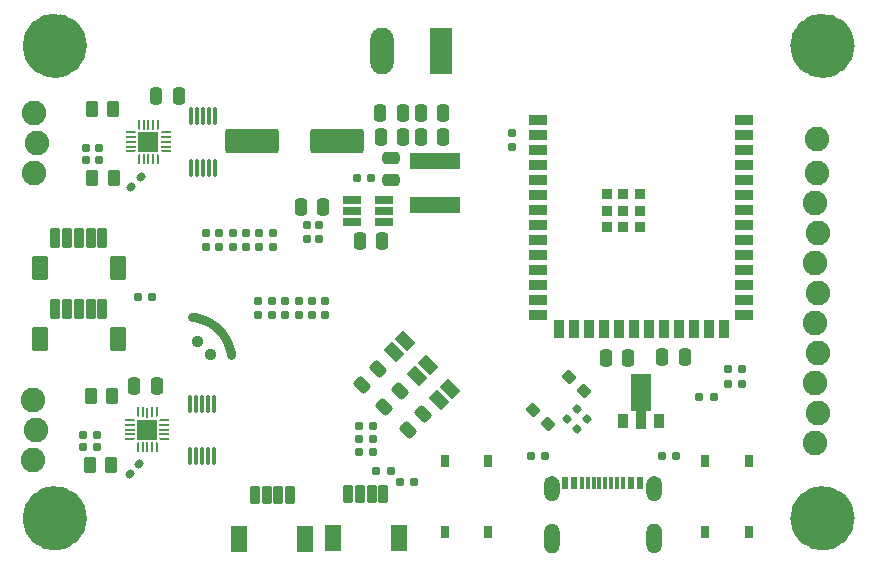
<source format=gbr>
%TF.GenerationSoftware,KiCad,Pcbnew,7.0.2*%
%TF.CreationDate,2024-03-26T23:12:22-04:00*%
%TF.ProjectId,mini_motor_go_V1_rev3,6d696e69-5f6d-46f7-946f-725f676f5f56,rev?*%
%TF.SameCoordinates,Original*%
%TF.FileFunction,Soldermask,Top*%
%TF.FilePolarity,Negative*%
%FSLAX46Y46*%
G04 Gerber Fmt 4.6, Leading zero omitted, Abs format (unit mm)*
G04 Created by KiCad (PCBNEW 7.0.2) date 2024-03-26 23:12:22*
%MOMM*%
%LPD*%
G01*
G04 APERTURE LIST*
G04 Aperture macros list*
%AMRoundRect*
0 Rectangle with rounded corners*
0 $1 Rounding radius*
0 $2 $3 $4 $5 $6 $7 $8 $9 X,Y pos of 4 corners*
0 Add a 4 corners polygon primitive as box body*
4,1,4,$2,$3,$4,$5,$6,$7,$8,$9,$2,$3,0*
0 Add four circle primitives for the rounded corners*
1,1,$1+$1,$2,$3*
1,1,$1+$1,$4,$5*
1,1,$1+$1,$6,$7*
1,1,$1+$1,$8,$9*
0 Add four rect primitives between the rounded corners*
20,1,$1+$1,$2,$3,$4,$5,0*
20,1,$1+$1,$4,$5,$6,$7,0*
20,1,$1+$1,$6,$7,$8,$9,0*
20,1,$1+$1,$8,$9,$2,$3,0*%
%AMRotRect*
0 Rectangle, with rotation*
0 The origin of the aperture is its center*
0 $1 length*
0 $2 width*
0 $3 Rotation angle, in degrees counterclockwise*
0 Add horizontal line*
21,1,$1,$2,0,0,$3*%
%AMFreePoly0*
4,1,14,0.289644,0.110355,0.410355,-0.010356,0.425000,-0.045711,0.425000,-0.075000,0.410355,-0.110355,0.375000,-0.125000,-0.375000,-0.125000,-0.410355,-0.110355,-0.425000,-0.075000,-0.425000,0.075000,-0.410355,0.110355,-0.375000,0.125000,0.254289,0.125000,0.289644,0.110355,0.289644,0.110355,$1*%
%AMFreePoly1*
4,1,14,0.410355,0.110355,0.425000,0.075000,0.425000,0.045711,0.410355,0.010356,0.289644,-0.110355,0.254289,-0.125000,-0.375000,-0.125000,-0.410355,-0.110355,-0.425000,-0.075000,-0.425000,0.075000,-0.410355,0.110355,-0.375000,0.125000,0.375000,0.125000,0.410355,0.110355,0.410355,0.110355,$1*%
%AMFreePoly2*
4,1,14,0.110355,0.410355,0.125000,0.375000,0.125000,-0.375000,0.110355,-0.410355,0.075000,-0.425000,-0.075000,-0.425000,-0.110355,-0.410355,-0.125000,-0.375000,-0.125000,0.254289,-0.110355,0.289644,0.010356,0.410355,0.045711,0.425000,0.075000,0.425000,0.110355,0.410355,0.110355,0.410355,$1*%
%AMFreePoly3*
4,1,14,-0.010356,0.410355,0.110355,0.289644,0.125000,0.254289,0.125000,-0.375000,0.110355,-0.410355,0.075000,-0.425000,-0.075000,-0.425000,-0.110355,-0.410355,-0.125000,-0.375000,-0.125000,0.375000,-0.110355,0.410355,-0.075000,0.425000,-0.045711,0.425000,-0.010356,0.410355,-0.010356,0.410355,$1*%
%AMFreePoly4*
4,1,14,0.410355,0.110355,0.425000,0.075000,0.425000,-0.075000,0.410355,-0.110355,0.375000,-0.125000,-0.254289,-0.125000,-0.289644,-0.110355,-0.410355,0.010356,-0.425000,0.045711,-0.425000,0.075000,-0.410355,0.110355,-0.375000,0.125000,0.375000,0.125000,0.410355,0.110355,0.410355,0.110355,$1*%
%AMFreePoly5*
4,1,14,0.410355,0.110355,0.425000,0.075000,0.425000,-0.075000,0.410355,-0.110355,0.375000,-0.125000,-0.375000,-0.125000,-0.410355,-0.110355,-0.425000,-0.075000,-0.425000,-0.045711,-0.410355,-0.010356,-0.289644,0.110355,-0.254289,0.125000,0.375000,0.125000,0.410355,0.110355,0.410355,0.110355,$1*%
%AMFreePoly6*
4,1,14,0.110355,0.410355,0.125000,0.375000,0.125000,-0.254289,0.110355,-0.289644,-0.010356,-0.410355,-0.045711,-0.425000,-0.075000,-0.425000,-0.110355,-0.410355,-0.125000,-0.375000,-0.125000,0.375000,-0.110355,0.410355,-0.075000,0.425000,0.075000,0.425000,0.110355,0.410355,0.110355,0.410355,$1*%
%AMFreePoly7*
4,1,14,0.110355,0.410355,0.125000,0.375000,0.125000,-0.375000,0.110355,-0.410355,0.075000,-0.425000,0.045711,-0.425000,0.010356,-0.410355,-0.110355,-0.289644,-0.125000,-0.254289,-0.125000,0.375000,-0.110355,0.410355,-0.075000,0.425000,0.075000,0.425000,0.110355,0.410355,0.110355,0.410355,$1*%
%AMFreePoly8*
4,1,9,3.862500,-0.866500,0.737500,-0.866500,0.737500,-0.450000,-0.737500,-0.450000,-0.737500,0.450000,0.737500,0.450000,0.737500,0.866500,3.862500,0.866500,3.862500,-0.866500,3.862500,-0.866500,$1*%
G04 Aperture macros list end*
%ADD10C,2.750000*%
%ADD11C,0.750000*%
%ADD12C,0.010000*%
%ADD13RoundRect,0.155000X0.040659X0.259862X-0.259862X-0.040659X-0.040659X-0.259862X0.259862X0.040659X0*%
%ADD14RoundRect,0.160000X0.160000X-0.197500X0.160000X0.197500X-0.160000X0.197500X-0.160000X-0.197500X0*%
%ADD15RotRect,1.000000X1.500000X45.000000*%
%ADD16RoundRect,0.250000X0.250000X0.475000X-0.250000X0.475000X-0.250000X-0.475000X0.250000X-0.475000X0*%
%ADD17RoundRect,0.030000X0.120000X-0.695000X0.120000X0.695000X-0.120000X0.695000X-0.120000X-0.695000X0*%
%ADD18FreePoly0,90.000000*%
%ADD19RoundRect,0.062500X0.062500X-0.362500X0.062500X0.362500X-0.062500X0.362500X-0.062500X-0.362500X0*%
%ADD20FreePoly1,90.000000*%
%ADD21FreePoly2,90.000000*%
%ADD22RoundRect,0.062500X0.362500X-0.062500X0.362500X0.062500X-0.362500X0.062500X-0.362500X-0.062500X0*%
%ADD23FreePoly3,90.000000*%
%ADD24FreePoly4,90.000000*%
%ADD25RoundRect,0.062500X0.062500X-0.350000X0.062500X0.350000X-0.062500X0.350000X-0.062500X-0.350000X0*%
%ADD26FreePoly5,90.000000*%
%ADD27FreePoly6,90.000000*%
%ADD28FreePoly7,90.000000*%
%ADD29R,1.700000X1.700000*%
%ADD30RoundRect,0.250000X-0.250000X-0.475000X0.250000X-0.475000X0.250000X0.475000X-0.250000X0.475000X0*%
%ADD31RoundRect,0.243750X0.150260X-0.494975X0.494975X-0.150260X-0.150260X0.494975X-0.494975X0.150260X0*%
%ADD32RoundRect,0.160000X-0.252791X0.026517X0.026517X-0.252791X0.252791X-0.026517X-0.026517X0.252791X0*%
%ADD33RoundRect,0.160000X0.197500X0.160000X-0.197500X0.160000X-0.197500X-0.160000X0.197500X-0.160000X0*%
%ADD34RoundRect,0.160000X-0.197500X-0.160000X0.197500X-0.160000X0.197500X0.160000X-0.197500X0.160000X0*%
%ADD35RoundRect,0.155000X-0.212500X-0.155000X0.212500X-0.155000X0.212500X0.155000X-0.212500X0.155000X0*%
%ADD36R,4.200000X1.400000*%
%ADD37RoundRect,0.250000X0.262500X0.450000X-0.262500X0.450000X-0.262500X-0.450000X0.262500X-0.450000X0*%
%ADD38RoundRect,0.102000X0.300000X0.775000X-0.300000X0.775000X-0.300000X-0.775000X0.300000X-0.775000X0*%
%ADD39RoundRect,0.102000X0.600000X0.900000X-0.600000X0.900000X-0.600000X-0.900000X0.600000X-0.900000X0*%
%ADD40RoundRect,0.160000X-0.160000X0.197500X-0.160000X-0.197500X0.160000X-0.197500X0.160000X0.197500X0*%
%ADD41RoundRect,0.101600X-0.299720X-0.674370X0.299720X-0.674370X0.299720X0.674370X-0.299720X0.674370X0*%
%ADD42RoundRect,0.101600X-0.599440X-0.999490X0.599440X-0.999490X0.599440X0.999490X-0.599440X0.999490X0*%
%ADD43R,0.700000X1.000000*%
%ADD44RoundRect,0.155000X0.212500X0.155000X-0.212500X0.155000X-0.212500X-0.155000X0.212500X-0.155000X0*%
%ADD45R,1.500000X0.900000*%
%ADD46R,0.900000X1.500000*%
%ADD47R,0.900000X0.900000*%
%ADD48RoundRect,0.237500X0.380070X-0.044194X-0.044194X0.380070X-0.380070X0.044194X0.044194X-0.380070X0*%
%ADD49C,2.082800*%
%ADD50R,1.560000X0.650000*%
%ADD51R,0.600000X1.100000*%
%ADD52R,0.300000X1.100000*%
%ADD53RoundRect,0.250001X1.999999X0.799999X-1.999999X0.799999X-1.999999X-0.799999X1.999999X-0.799999X0*%
%ADD54R,1.980000X3.960000*%
%ADD55O,1.980000X3.960000*%
%ADD56R,0.900000X1.300000*%
%ADD57FreePoly8,90.000000*%
%ADD58RoundRect,0.250000X-0.475000X0.250000X-0.475000X-0.250000X0.475000X-0.250000X0.475000X0.250000X0*%
G04 APERTURE END LIST*
D10*
X119375000Y-93000000D02*
G75*
G03*
X119375000Y-93000000I-1375000J0D01*
G01*
X119375000Y-53000000D02*
G75*
G03*
X119375000Y-53000000I-1375000J0D01*
G01*
X184375000Y-53000000D02*
G75*
G03*
X184375000Y-53000000I-1375000J0D01*
G01*
X184375000Y-93000000D02*
G75*
G03*
X184375000Y-93000000I-1375000J0D01*
G01*
D11*
X131065284Y-79022684D02*
X131267315Y-79022684D01*
X131267315Y-79022684D02*
X131267315Y-79224714D01*
X131267315Y-79224714D02*
X131065284Y-79224714D01*
X131065284Y-79224714D02*
X131065284Y-79022684D01*
X131065284Y-79022684D02*
X131267315Y-79224714D01*
X129954116Y-77911516D02*
X130156147Y-77911516D01*
X130156147Y-77911516D02*
X130156147Y-78113546D01*
X130156147Y-78113546D02*
X129954116Y-78113546D01*
X129954116Y-78113546D02*
X129954116Y-77911516D01*
X129954116Y-77911516D02*
X130156147Y-78113546D01*
X132883558Y-79224714D02*
X132883558Y-79022684D01*
X132883558Y-79022684D02*
X132782543Y-78517608D01*
X132782543Y-78517608D02*
X132681528Y-78214562D01*
X132681528Y-78214562D02*
X132479497Y-77810501D01*
X132479497Y-77810501D02*
X132075436Y-77204409D01*
X132075436Y-77204409D02*
X131671375Y-76800348D01*
X131671375Y-76800348D02*
X131065284Y-76396287D01*
X131065284Y-76396287D02*
X130661223Y-76194257D01*
X130661223Y-76194257D02*
X130358177Y-76093241D01*
X130358177Y-76093241D02*
X129853101Y-75992226D01*
X129853101Y-75992226D02*
X129651070Y-75992226D01*
%TO.C,J11*%
D12*
X160084600Y-89451700D02*
X160116600Y-89453700D01*
X160147600Y-89457700D01*
X160178600Y-89463700D01*
X160208600Y-89470700D01*
X160238600Y-89479700D01*
X160268600Y-89490700D01*
X160297600Y-89502700D01*
X160325600Y-89515700D01*
X160353600Y-89530700D01*
X160380600Y-89547700D01*
X160406600Y-89565700D01*
X160431600Y-89584700D01*
X160454600Y-89604700D01*
X160477600Y-89626700D01*
X160499600Y-89649700D01*
X160519600Y-89672700D01*
X160538600Y-89697700D01*
X160556600Y-89723700D01*
X160573600Y-89750700D01*
X160588600Y-89778700D01*
X160601600Y-89806700D01*
X160613600Y-89835700D01*
X160624600Y-89865700D01*
X160633600Y-89895700D01*
X160640600Y-89925700D01*
X160646600Y-89956700D01*
X160650600Y-89987700D01*
X160652600Y-90019700D01*
X160653600Y-90050700D01*
X160653600Y-90850700D01*
X160652600Y-90881700D01*
X160650600Y-90913700D01*
X160646600Y-90944700D01*
X160640600Y-90975700D01*
X160633600Y-91005700D01*
X160624600Y-91035700D01*
X160613600Y-91065700D01*
X160601600Y-91094700D01*
X160588600Y-91122700D01*
X160573600Y-91150700D01*
X160556600Y-91177700D01*
X160538600Y-91203700D01*
X160519600Y-91228700D01*
X160499600Y-91251700D01*
X160477600Y-91274700D01*
X160454600Y-91296700D01*
X160431600Y-91316700D01*
X160406600Y-91335700D01*
X160380600Y-91353700D01*
X160353600Y-91370700D01*
X160325600Y-91385700D01*
X160297600Y-91398700D01*
X160268600Y-91410700D01*
X160238600Y-91421700D01*
X160208600Y-91430700D01*
X160178600Y-91437700D01*
X160147600Y-91443700D01*
X160116600Y-91447700D01*
X160084600Y-91449700D01*
X160053600Y-91450700D01*
X160022600Y-91449700D01*
X159990600Y-91447700D01*
X159959600Y-91443700D01*
X159928600Y-91437700D01*
X159898600Y-91430700D01*
X159868600Y-91421700D01*
X159838600Y-91410700D01*
X159809600Y-91398700D01*
X159781600Y-91385700D01*
X159753600Y-91370700D01*
X159726600Y-91353700D01*
X159700600Y-91335700D01*
X159675600Y-91316700D01*
X159652600Y-91296700D01*
X159629600Y-91274700D01*
X159607600Y-91251700D01*
X159587600Y-91228700D01*
X159568600Y-91203700D01*
X159550600Y-91177700D01*
X159533600Y-91150700D01*
X159518600Y-91122700D01*
X159505600Y-91094700D01*
X159493600Y-91065700D01*
X159482600Y-91035700D01*
X159473600Y-91005700D01*
X159466600Y-90975700D01*
X159460600Y-90944700D01*
X159456600Y-90913700D01*
X159454600Y-90881700D01*
X159453600Y-90850700D01*
X159453600Y-90050700D01*
X159454600Y-90019700D01*
X159456600Y-89987700D01*
X159460600Y-89956700D01*
X159466600Y-89925700D01*
X159473600Y-89895700D01*
X159482600Y-89865700D01*
X159493600Y-89835700D01*
X159505600Y-89806700D01*
X159518600Y-89778700D01*
X159533600Y-89750700D01*
X159550600Y-89723700D01*
X159568600Y-89697700D01*
X159587600Y-89672700D01*
X159607600Y-89649700D01*
X159629600Y-89626700D01*
X159652600Y-89604700D01*
X159675600Y-89584700D01*
X159700600Y-89565700D01*
X159726600Y-89547700D01*
X159753600Y-89530700D01*
X159781600Y-89515700D01*
X159809600Y-89502700D01*
X159838600Y-89490700D01*
X159868600Y-89479700D01*
X159898600Y-89470700D01*
X159928600Y-89463700D01*
X159959600Y-89457700D01*
X159990600Y-89453700D01*
X160022600Y-89451700D01*
X160053600Y-89450700D01*
X160084600Y-89451700D01*
G36*
X160084600Y-89451700D02*
G01*
X160116600Y-89453700D01*
X160147600Y-89457700D01*
X160178600Y-89463700D01*
X160208600Y-89470700D01*
X160238600Y-89479700D01*
X160268600Y-89490700D01*
X160297600Y-89502700D01*
X160325600Y-89515700D01*
X160353600Y-89530700D01*
X160380600Y-89547700D01*
X160406600Y-89565700D01*
X160431600Y-89584700D01*
X160454600Y-89604700D01*
X160477600Y-89626700D01*
X160499600Y-89649700D01*
X160519600Y-89672700D01*
X160538600Y-89697700D01*
X160556600Y-89723700D01*
X160573600Y-89750700D01*
X160588600Y-89778700D01*
X160601600Y-89806700D01*
X160613600Y-89835700D01*
X160624600Y-89865700D01*
X160633600Y-89895700D01*
X160640600Y-89925700D01*
X160646600Y-89956700D01*
X160650600Y-89987700D01*
X160652600Y-90019700D01*
X160653600Y-90050700D01*
X160653600Y-90850700D01*
X160652600Y-90881700D01*
X160650600Y-90913700D01*
X160646600Y-90944700D01*
X160640600Y-90975700D01*
X160633600Y-91005700D01*
X160624600Y-91035700D01*
X160613600Y-91065700D01*
X160601600Y-91094700D01*
X160588600Y-91122700D01*
X160573600Y-91150700D01*
X160556600Y-91177700D01*
X160538600Y-91203700D01*
X160519600Y-91228700D01*
X160499600Y-91251700D01*
X160477600Y-91274700D01*
X160454600Y-91296700D01*
X160431600Y-91316700D01*
X160406600Y-91335700D01*
X160380600Y-91353700D01*
X160353600Y-91370700D01*
X160325600Y-91385700D01*
X160297600Y-91398700D01*
X160268600Y-91410700D01*
X160238600Y-91421700D01*
X160208600Y-91430700D01*
X160178600Y-91437700D01*
X160147600Y-91443700D01*
X160116600Y-91447700D01*
X160084600Y-91449700D01*
X160053600Y-91450700D01*
X160022600Y-91449700D01*
X159990600Y-91447700D01*
X159959600Y-91443700D01*
X159928600Y-91437700D01*
X159898600Y-91430700D01*
X159868600Y-91421700D01*
X159838600Y-91410700D01*
X159809600Y-91398700D01*
X159781600Y-91385700D01*
X159753600Y-91370700D01*
X159726600Y-91353700D01*
X159700600Y-91335700D01*
X159675600Y-91316700D01*
X159652600Y-91296700D01*
X159629600Y-91274700D01*
X159607600Y-91251700D01*
X159587600Y-91228700D01*
X159568600Y-91203700D01*
X159550600Y-91177700D01*
X159533600Y-91150700D01*
X159518600Y-91122700D01*
X159505600Y-91094700D01*
X159493600Y-91065700D01*
X159482600Y-91035700D01*
X159473600Y-91005700D01*
X159466600Y-90975700D01*
X159460600Y-90944700D01*
X159456600Y-90913700D01*
X159454600Y-90881700D01*
X159453600Y-90850700D01*
X159453600Y-90050700D01*
X159454600Y-90019700D01*
X159456600Y-89987700D01*
X159460600Y-89956700D01*
X159466600Y-89925700D01*
X159473600Y-89895700D01*
X159482600Y-89865700D01*
X159493600Y-89835700D01*
X159505600Y-89806700D01*
X159518600Y-89778700D01*
X159533600Y-89750700D01*
X159550600Y-89723700D01*
X159568600Y-89697700D01*
X159587600Y-89672700D01*
X159607600Y-89649700D01*
X159629600Y-89626700D01*
X159652600Y-89604700D01*
X159675600Y-89584700D01*
X159700600Y-89565700D01*
X159726600Y-89547700D01*
X159753600Y-89530700D01*
X159781600Y-89515700D01*
X159809600Y-89502700D01*
X159838600Y-89490700D01*
X159868600Y-89479700D01*
X159898600Y-89470700D01*
X159928600Y-89463700D01*
X159959600Y-89457700D01*
X159990600Y-89453700D01*
X160022600Y-89451700D01*
X160053600Y-89450700D01*
X160084600Y-89451700D01*
G37*
X160084600Y-93501700D02*
X160116600Y-93503700D01*
X160147600Y-93507700D01*
X160178600Y-93513700D01*
X160208600Y-93520700D01*
X160238600Y-93529700D01*
X160268600Y-93540700D01*
X160297600Y-93552700D01*
X160325600Y-93565700D01*
X160353600Y-93580700D01*
X160380600Y-93597700D01*
X160406600Y-93615700D01*
X160431600Y-93634700D01*
X160454600Y-93654700D01*
X160477600Y-93676700D01*
X160499600Y-93699700D01*
X160519600Y-93722700D01*
X160538600Y-93747700D01*
X160556600Y-93773700D01*
X160573600Y-93800700D01*
X160588600Y-93828700D01*
X160601600Y-93856700D01*
X160613600Y-93885700D01*
X160624600Y-93915700D01*
X160633600Y-93945700D01*
X160640600Y-93975700D01*
X160646600Y-94006700D01*
X160650600Y-94037700D01*
X160652600Y-94069700D01*
X160653600Y-94100700D01*
X160653600Y-95300700D01*
X160652600Y-95331700D01*
X160650600Y-95363700D01*
X160646600Y-95394700D01*
X160640600Y-95425700D01*
X160633600Y-95455700D01*
X160624600Y-95485700D01*
X160613600Y-95515700D01*
X160601600Y-95544700D01*
X160588600Y-95572700D01*
X160573600Y-95600700D01*
X160556600Y-95627700D01*
X160538600Y-95653700D01*
X160519600Y-95678700D01*
X160499600Y-95701700D01*
X160477600Y-95724700D01*
X160454600Y-95746700D01*
X160431600Y-95766700D01*
X160406600Y-95785700D01*
X160380600Y-95803700D01*
X160353600Y-95820700D01*
X160325600Y-95835700D01*
X160297600Y-95848700D01*
X160268600Y-95860700D01*
X160238600Y-95871700D01*
X160208600Y-95880700D01*
X160178600Y-95887700D01*
X160147600Y-95893700D01*
X160116600Y-95897700D01*
X160084600Y-95899700D01*
X160053600Y-95900700D01*
X160022600Y-95899700D01*
X159990600Y-95897700D01*
X159959600Y-95893700D01*
X159928600Y-95887700D01*
X159898600Y-95880700D01*
X159868600Y-95871700D01*
X159838600Y-95860700D01*
X159809600Y-95848700D01*
X159781600Y-95835700D01*
X159753600Y-95820700D01*
X159726600Y-95803700D01*
X159700600Y-95785700D01*
X159675600Y-95766700D01*
X159652600Y-95746700D01*
X159629600Y-95724700D01*
X159607600Y-95701700D01*
X159587600Y-95678700D01*
X159568600Y-95653700D01*
X159550600Y-95627700D01*
X159533600Y-95600700D01*
X159518600Y-95572700D01*
X159505600Y-95544700D01*
X159493600Y-95515700D01*
X159482600Y-95485700D01*
X159473600Y-95455700D01*
X159466600Y-95425700D01*
X159460600Y-95394700D01*
X159456600Y-95363700D01*
X159454600Y-95331700D01*
X159453600Y-95300700D01*
X159453600Y-94100700D01*
X159454600Y-94069700D01*
X159456600Y-94037700D01*
X159460600Y-94006700D01*
X159466600Y-93975700D01*
X159473600Y-93945700D01*
X159482600Y-93915700D01*
X159493600Y-93885700D01*
X159505600Y-93856700D01*
X159518600Y-93828700D01*
X159533600Y-93800700D01*
X159550600Y-93773700D01*
X159568600Y-93747700D01*
X159587600Y-93722700D01*
X159607600Y-93699700D01*
X159629600Y-93676700D01*
X159652600Y-93654700D01*
X159675600Y-93634700D01*
X159700600Y-93615700D01*
X159726600Y-93597700D01*
X159753600Y-93580700D01*
X159781600Y-93565700D01*
X159809600Y-93552700D01*
X159838600Y-93540700D01*
X159868600Y-93529700D01*
X159898600Y-93520700D01*
X159928600Y-93513700D01*
X159959600Y-93507700D01*
X159990600Y-93503700D01*
X160022600Y-93501700D01*
X160053600Y-93500700D01*
X160084600Y-93501700D01*
G36*
X160084600Y-93501700D02*
G01*
X160116600Y-93503700D01*
X160147600Y-93507700D01*
X160178600Y-93513700D01*
X160208600Y-93520700D01*
X160238600Y-93529700D01*
X160268600Y-93540700D01*
X160297600Y-93552700D01*
X160325600Y-93565700D01*
X160353600Y-93580700D01*
X160380600Y-93597700D01*
X160406600Y-93615700D01*
X160431600Y-93634700D01*
X160454600Y-93654700D01*
X160477600Y-93676700D01*
X160499600Y-93699700D01*
X160519600Y-93722700D01*
X160538600Y-93747700D01*
X160556600Y-93773700D01*
X160573600Y-93800700D01*
X160588600Y-93828700D01*
X160601600Y-93856700D01*
X160613600Y-93885700D01*
X160624600Y-93915700D01*
X160633600Y-93945700D01*
X160640600Y-93975700D01*
X160646600Y-94006700D01*
X160650600Y-94037700D01*
X160652600Y-94069700D01*
X160653600Y-94100700D01*
X160653600Y-95300700D01*
X160652600Y-95331700D01*
X160650600Y-95363700D01*
X160646600Y-95394700D01*
X160640600Y-95425700D01*
X160633600Y-95455700D01*
X160624600Y-95485700D01*
X160613600Y-95515700D01*
X160601600Y-95544700D01*
X160588600Y-95572700D01*
X160573600Y-95600700D01*
X160556600Y-95627700D01*
X160538600Y-95653700D01*
X160519600Y-95678700D01*
X160499600Y-95701700D01*
X160477600Y-95724700D01*
X160454600Y-95746700D01*
X160431600Y-95766700D01*
X160406600Y-95785700D01*
X160380600Y-95803700D01*
X160353600Y-95820700D01*
X160325600Y-95835700D01*
X160297600Y-95848700D01*
X160268600Y-95860700D01*
X160238600Y-95871700D01*
X160208600Y-95880700D01*
X160178600Y-95887700D01*
X160147600Y-95893700D01*
X160116600Y-95897700D01*
X160084600Y-95899700D01*
X160053600Y-95900700D01*
X160022600Y-95899700D01*
X159990600Y-95897700D01*
X159959600Y-95893700D01*
X159928600Y-95887700D01*
X159898600Y-95880700D01*
X159868600Y-95871700D01*
X159838600Y-95860700D01*
X159809600Y-95848700D01*
X159781600Y-95835700D01*
X159753600Y-95820700D01*
X159726600Y-95803700D01*
X159700600Y-95785700D01*
X159675600Y-95766700D01*
X159652600Y-95746700D01*
X159629600Y-95724700D01*
X159607600Y-95701700D01*
X159587600Y-95678700D01*
X159568600Y-95653700D01*
X159550600Y-95627700D01*
X159533600Y-95600700D01*
X159518600Y-95572700D01*
X159505600Y-95544700D01*
X159493600Y-95515700D01*
X159482600Y-95485700D01*
X159473600Y-95455700D01*
X159466600Y-95425700D01*
X159460600Y-95394700D01*
X159456600Y-95363700D01*
X159454600Y-95331700D01*
X159453600Y-95300700D01*
X159453600Y-94100700D01*
X159454600Y-94069700D01*
X159456600Y-94037700D01*
X159460600Y-94006700D01*
X159466600Y-93975700D01*
X159473600Y-93945700D01*
X159482600Y-93915700D01*
X159493600Y-93885700D01*
X159505600Y-93856700D01*
X159518600Y-93828700D01*
X159533600Y-93800700D01*
X159550600Y-93773700D01*
X159568600Y-93747700D01*
X159587600Y-93722700D01*
X159607600Y-93699700D01*
X159629600Y-93676700D01*
X159652600Y-93654700D01*
X159675600Y-93634700D01*
X159700600Y-93615700D01*
X159726600Y-93597700D01*
X159753600Y-93580700D01*
X159781600Y-93565700D01*
X159809600Y-93552700D01*
X159838600Y-93540700D01*
X159868600Y-93529700D01*
X159898600Y-93520700D01*
X159928600Y-93513700D01*
X159959600Y-93507700D01*
X159990600Y-93503700D01*
X160022600Y-93501700D01*
X160053600Y-93500700D01*
X160084600Y-93501700D01*
G37*
X168734600Y-89451700D02*
X168766600Y-89453700D01*
X168797600Y-89457700D01*
X168828600Y-89463700D01*
X168858600Y-89470700D01*
X168888600Y-89479700D01*
X168918600Y-89490700D01*
X168947600Y-89502700D01*
X168975600Y-89515700D01*
X169003600Y-89530700D01*
X169030600Y-89547700D01*
X169056600Y-89565700D01*
X169081600Y-89584700D01*
X169104600Y-89604700D01*
X169127600Y-89626700D01*
X169149600Y-89649700D01*
X169169600Y-89672700D01*
X169188600Y-89697700D01*
X169206600Y-89723700D01*
X169223600Y-89750700D01*
X169238600Y-89778700D01*
X169251600Y-89806700D01*
X169263600Y-89835700D01*
X169274600Y-89865700D01*
X169283600Y-89895700D01*
X169290600Y-89925700D01*
X169296600Y-89956700D01*
X169300600Y-89987700D01*
X169302600Y-90019700D01*
X169303600Y-90050700D01*
X169303600Y-90850700D01*
X169302600Y-90881700D01*
X169300600Y-90913700D01*
X169296600Y-90944700D01*
X169290600Y-90975700D01*
X169283600Y-91005700D01*
X169274600Y-91035700D01*
X169263600Y-91065700D01*
X169251600Y-91094700D01*
X169238600Y-91122700D01*
X169223600Y-91150700D01*
X169206600Y-91177700D01*
X169188600Y-91203700D01*
X169169600Y-91228700D01*
X169149600Y-91251700D01*
X169127600Y-91274700D01*
X169104600Y-91296700D01*
X169081600Y-91316700D01*
X169056600Y-91335700D01*
X169030600Y-91353700D01*
X169003600Y-91370700D01*
X168975600Y-91385700D01*
X168947600Y-91398700D01*
X168918600Y-91410700D01*
X168888600Y-91421700D01*
X168858600Y-91430700D01*
X168828600Y-91437700D01*
X168797600Y-91443700D01*
X168766600Y-91447700D01*
X168734600Y-91449700D01*
X168703600Y-91450700D01*
X168672600Y-91449700D01*
X168640600Y-91447700D01*
X168609600Y-91443700D01*
X168578600Y-91437700D01*
X168548600Y-91430700D01*
X168518600Y-91421700D01*
X168488600Y-91410700D01*
X168459600Y-91398700D01*
X168431600Y-91385700D01*
X168403600Y-91370700D01*
X168376600Y-91353700D01*
X168350600Y-91335700D01*
X168325600Y-91316700D01*
X168302600Y-91296700D01*
X168279600Y-91274700D01*
X168257600Y-91251700D01*
X168237600Y-91228700D01*
X168218600Y-91203700D01*
X168200600Y-91177700D01*
X168183600Y-91150700D01*
X168168600Y-91122700D01*
X168155600Y-91094700D01*
X168143600Y-91065700D01*
X168132600Y-91035700D01*
X168123600Y-91005700D01*
X168116600Y-90975700D01*
X168110600Y-90944700D01*
X168106600Y-90913700D01*
X168104600Y-90881700D01*
X168103600Y-90850700D01*
X168103600Y-90050700D01*
X168104600Y-90019700D01*
X168106600Y-89987700D01*
X168110600Y-89956700D01*
X168116600Y-89925700D01*
X168123600Y-89895700D01*
X168132600Y-89865700D01*
X168143600Y-89835700D01*
X168155600Y-89806700D01*
X168168600Y-89778700D01*
X168183600Y-89750700D01*
X168200600Y-89723700D01*
X168218600Y-89697700D01*
X168237600Y-89672700D01*
X168257600Y-89649700D01*
X168279600Y-89626700D01*
X168302600Y-89604700D01*
X168325600Y-89584700D01*
X168350600Y-89565700D01*
X168376600Y-89547700D01*
X168403600Y-89530700D01*
X168431600Y-89515700D01*
X168459600Y-89502700D01*
X168488600Y-89490700D01*
X168518600Y-89479700D01*
X168548600Y-89470700D01*
X168578600Y-89463700D01*
X168609600Y-89457700D01*
X168640600Y-89453700D01*
X168672600Y-89451700D01*
X168703600Y-89450700D01*
X168734600Y-89451700D01*
G36*
X168734600Y-89451700D02*
G01*
X168766600Y-89453700D01*
X168797600Y-89457700D01*
X168828600Y-89463700D01*
X168858600Y-89470700D01*
X168888600Y-89479700D01*
X168918600Y-89490700D01*
X168947600Y-89502700D01*
X168975600Y-89515700D01*
X169003600Y-89530700D01*
X169030600Y-89547700D01*
X169056600Y-89565700D01*
X169081600Y-89584700D01*
X169104600Y-89604700D01*
X169127600Y-89626700D01*
X169149600Y-89649700D01*
X169169600Y-89672700D01*
X169188600Y-89697700D01*
X169206600Y-89723700D01*
X169223600Y-89750700D01*
X169238600Y-89778700D01*
X169251600Y-89806700D01*
X169263600Y-89835700D01*
X169274600Y-89865700D01*
X169283600Y-89895700D01*
X169290600Y-89925700D01*
X169296600Y-89956700D01*
X169300600Y-89987700D01*
X169302600Y-90019700D01*
X169303600Y-90050700D01*
X169303600Y-90850700D01*
X169302600Y-90881700D01*
X169300600Y-90913700D01*
X169296600Y-90944700D01*
X169290600Y-90975700D01*
X169283600Y-91005700D01*
X169274600Y-91035700D01*
X169263600Y-91065700D01*
X169251600Y-91094700D01*
X169238600Y-91122700D01*
X169223600Y-91150700D01*
X169206600Y-91177700D01*
X169188600Y-91203700D01*
X169169600Y-91228700D01*
X169149600Y-91251700D01*
X169127600Y-91274700D01*
X169104600Y-91296700D01*
X169081600Y-91316700D01*
X169056600Y-91335700D01*
X169030600Y-91353700D01*
X169003600Y-91370700D01*
X168975600Y-91385700D01*
X168947600Y-91398700D01*
X168918600Y-91410700D01*
X168888600Y-91421700D01*
X168858600Y-91430700D01*
X168828600Y-91437700D01*
X168797600Y-91443700D01*
X168766600Y-91447700D01*
X168734600Y-91449700D01*
X168703600Y-91450700D01*
X168672600Y-91449700D01*
X168640600Y-91447700D01*
X168609600Y-91443700D01*
X168578600Y-91437700D01*
X168548600Y-91430700D01*
X168518600Y-91421700D01*
X168488600Y-91410700D01*
X168459600Y-91398700D01*
X168431600Y-91385700D01*
X168403600Y-91370700D01*
X168376600Y-91353700D01*
X168350600Y-91335700D01*
X168325600Y-91316700D01*
X168302600Y-91296700D01*
X168279600Y-91274700D01*
X168257600Y-91251700D01*
X168237600Y-91228700D01*
X168218600Y-91203700D01*
X168200600Y-91177700D01*
X168183600Y-91150700D01*
X168168600Y-91122700D01*
X168155600Y-91094700D01*
X168143600Y-91065700D01*
X168132600Y-91035700D01*
X168123600Y-91005700D01*
X168116600Y-90975700D01*
X168110600Y-90944700D01*
X168106600Y-90913700D01*
X168104600Y-90881700D01*
X168103600Y-90850700D01*
X168103600Y-90050700D01*
X168104600Y-90019700D01*
X168106600Y-89987700D01*
X168110600Y-89956700D01*
X168116600Y-89925700D01*
X168123600Y-89895700D01*
X168132600Y-89865700D01*
X168143600Y-89835700D01*
X168155600Y-89806700D01*
X168168600Y-89778700D01*
X168183600Y-89750700D01*
X168200600Y-89723700D01*
X168218600Y-89697700D01*
X168237600Y-89672700D01*
X168257600Y-89649700D01*
X168279600Y-89626700D01*
X168302600Y-89604700D01*
X168325600Y-89584700D01*
X168350600Y-89565700D01*
X168376600Y-89547700D01*
X168403600Y-89530700D01*
X168431600Y-89515700D01*
X168459600Y-89502700D01*
X168488600Y-89490700D01*
X168518600Y-89479700D01*
X168548600Y-89470700D01*
X168578600Y-89463700D01*
X168609600Y-89457700D01*
X168640600Y-89453700D01*
X168672600Y-89451700D01*
X168703600Y-89450700D01*
X168734600Y-89451700D01*
G37*
X168734600Y-93451700D02*
X168766600Y-93453700D01*
X168797600Y-93457700D01*
X168828600Y-93463700D01*
X168858600Y-93470700D01*
X168888600Y-93479700D01*
X168918600Y-93490700D01*
X168947600Y-93502700D01*
X168975600Y-93515700D01*
X169003600Y-93530700D01*
X169030600Y-93547700D01*
X169056600Y-93565700D01*
X169081600Y-93584700D01*
X169104600Y-93604700D01*
X169127600Y-93626700D01*
X169149600Y-93649700D01*
X169169600Y-93672700D01*
X169188600Y-93697700D01*
X169206600Y-93723700D01*
X169223600Y-93750700D01*
X169238600Y-93778700D01*
X169251600Y-93806700D01*
X169263600Y-93835700D01*
X169274600Y-93865700D01*
X169283600Y-93895700D01*
X169290600Y-93925700D01*
X169296600Y-93956700D01*
X169300600Y-93987700D01*
X169302600Y-94019700D01*
X169303600Y-94050700D01*
X169303600Y-94650700D01*
X169303600Y-95250700D01*
X169302600Y-95281700D01*
X169300600Y-95313700D01*
X169296600Y-95344700D01*
X169290600Y-95375700D01*
X169283600Y-95405700D01*
X169274600Y-95435700D01*
X169263600Y-95465700D01*
X169251600Y-95494700D01*
X169238600Y-95522700D01*
X169223600Y-95550700D01*
X169206600Y-95577700D01*
X169188600Y-95603700D01*
X169169600Y-95628700D01*
X169149600Y-95651700D01*
X169127600Y-95674700D01*
X169104600Y-95696700D01*
X169081600Y-95716700D01*
X169056600Y-95735700D01*
X169030600Y-95753700D01*
X169003600Y-95770700D01*
X168975600Y-95785700D01*
X168947600Y-95798700D01*
X168918600Y-95810700D01*
X168888600Y-95821700D01*
X168858600Y-95830700D01*
X168828600Y-95837700D01*
X168797600Y-95843700D01*
X168766600Y-95847700D01*
X168734600Y-95849700D01*
X168703600Y-95850700D01*
X168672600Y-95849700D01*
X168640600Y-95847700D01*
X168609600Y-95843700D01*
X168578600Y-95837700D01*
X168548600Y-95830700D01*
X168518600Y-95821700D01*
X168488600Y-95810700D01*
X168459600Y-95798700D01*
X168431600Y-95785700D01*
X168403600Y-95770700D01*
X168376600Y-95753700D01*
X168350600Y-95735700D01*
X168325600Y-95716700D01*
X168302600Y-95696700D01*
X168279600Y-95674700D01*
X168257600Y-95651700D01*
X168237600Y-95628700D01*
X168218600Y-95603700D01*
X168200600Y-95577700D01*
X168183600Y-95550700D01*
X168168600Y-95522700D01*
X168155600Y-95494700D01*
X168143600Y-95465700D01*
X168132600Y-95435700D01*
X168123600Y-95405700D01*
X168116600Y-95375700D01*
X168110600Y-95344700D01*
X168106600Y-95313700D01*
X168104600Y-95281700D01*
X168103600Y-95250700D01*
X168103600Y-94650700D01*
X168103600Y-94050700D01*
X168104600Y-94019700D01*
X168106600Y-93987700D01*
X168110600Y-93956700D01*
X168116600Y-93925700D01*
X168123600Y-93895700D01*
X168132600Y-93865700D01*
X168143600Y-93835700D01*
X168155600Y-93806700D01*
X168168600Y-93778700D01*
X168183600Y-93750700D01*
X168200600Y-93723700D01*
X168218600Y-93697700D01*
X168237600Y-93672700D01*
X168257600Y-93649700D01*
X168279600Y-93626700D01*
X168302600Y-93604700D01*
X168325600Y-93584700D01*
X168350600Y-93565700D01*
X168376600Y-93547700D01*
X168403600Y-93530700D01*
X168431600Y-93515700D01*
X168459600Y-93502700D01*
X168488600Y-93490700D01*
X168518600Y-93479700D01*
X168548600Y-93470700D01*
X168578600Y-93463700D01*
X168609600Y-93457700D01*
X168640600Y-93453700D01*
X168672600Y-93451700D01*
X168703600Y-93450700D01*
X168734600Y-93451700D01*
G36*
X168734600Y-93451700D02*
G01*
X168766600Y-93453700D01*
X168797600Y-93457700D01*
X168828600Y-93463700D01*
X168858600Y-93470700D01*
X168888600Y-93479700D01*
X168918600Y-93490700D01*
X168947600Y-93502700D01*
X168975600Y-93515700D01*
X169003600Y-93530700D01*
X169030600Y-93547700D01*
X169056600Y-93565700D01*
X169081600Y-93584700D01*
X169104600Y-93604700D01*
X169127600Y-93626700D01*
X169149600Y-93649700D01*
X169169600Y-93672700D01*
X169188600Y-93697700D01*
X169206600Y-93723700D01*
X169223600Y-93750700D01*
X169238600Y-93778700D01*
X169251600Y-93806700D01*
X169263600Y-93835700D01*
X169274600Y-93865700D01*
X169283600Y-93895700D01*
X169290600Y-93925700D01*
X169296600Y-93956700D01*
X169300600Y-93987700D01*
X169302600Y-94019700D01*
X169303600Y-94050700D01*
X169303600Y-94650700D01*
X169303600Y-95250700D01*
X169302600Y-95281700D01*
X169300600Y-95313700D01*
X169296600Y-95344700D01*
X169290600Y-95375700D01*
X169283600Y-95405700D01*
X169274600Y-95435700D01*
X169263600Y-95465700D01*
X169251600Y-95494700D01*
X169238600Y-95522700D01*
X169223600Y-95550700D01*
X169206600Y-95577700D01*
X169188600Y-95603700D01*
X169169600Y-95628700D01*
X169149600Y-95651700D01*
X169127600Y-95674700D01*
X169104600Y-95696700D01*
X169081600Y-95716700D01*
X169056600Y-95735700D01*
X169030600Y-95753700D01*
X169003600Y-95770700D01*
X168975600Y-95785700D01*
X168947600Y-95798700D01*
X168918600Y-95810700D01*
X168888600Y-95821700D01*
X168858600Y-95830700D01*
X168828600Y-95837700D01*
X168797600Y-95843700D01*
X168766600Y-95847700D01*
X168734600Y-95849700D01*
X168703600Y-95850700D01*
X168672600Y-95849700D01*
X168640600Y-95847700D01*
X168609600Y-95843700D01*
X168578600Y-95837700D01*
X168548600Y-95830700D01*
X168518600Y-95821700D01*
X168488600Y-95810700D01*
X168459600Y-95798700D01*
X168431600Y-95785700D01*
X168403600Y-95770700D01*
X168376600Y-95753700D01*
X168350600Y-95735700D01*
X168325600Y-95716700D01*
X168302600Y-95696700D01*
X168279600Y-95674700D01*
X168257600Y-95651700D01*
X168237600Y-95628700D01*
X168218600Y-95603700D01*
X168200600Y-95577700D01*
X168183600Y-95550700D01*
X168168600Y-95522700D01*
X168155600Y-95494700D01*
X168143600Y-95465700D01*
X168132600Y-95435700D01*
X168123600Y-95405700D01*
X168116600Y-95375700D01*
X168110600Y-95344700D01*
X168106600Y-95313700D01*
X168104600Y-95281700D01*
X168103600Y-95250700D01*
X168103600Y-94650700D01*
X168103600Y-94050700D01*
X168104600Y-94019700D01*
X168106600Y-93987700D01*
X168110600Y-93956700D01*
X168116600Y-93925700D01*
X168123600Y-93895700D01*
X168132600Y-93865700D01*
X168143600Y-93835700D01*
X168155600Y-93806700D01*
X168168600Y-93778700D01*
X168183600Y-93750700D01*
X168200600Y-93723700D01*
X168218600Y-93697700D01*
X168237600Y-93672700D01*
X168257600Y-93649700D01*
X168279600Y-93626700D01*
X168302600Y-93604700D01*
X168325600Y-93584700D01*
X168350600Y-93565700D01*
X168376600Y-93547700D01*
X168403600Y-93530700D01*
X168431600Y-93515700D01*
X168459600Y-93502700D01*
X168488600Y-93490700D01*
X168518600Y-93479700D01*
X168548600Y-93470700D01*
X168578600Y-93463700D01*
X168609600Y-93457700D01*
X168640600Y-93453700D01*
X168672600Y-93451700D01*
X168703600Y-93450700D01*
X168734600Y-93451700D01*
G37*
%TD*%
D13*
%TO.C,C2*%
X125134280Y-88444457D03*
X124331714Y-89247023D03*
%TD*%
D14*
%TO.C,R14*%
X135331749Y-70060966D03*
X135331749Y-68865966D03*
%TD*%
D15*
%TO.C,JP1*%
X150566269Y-82976012D03*
X151485507Y-82056774D03*
%TD*%
D16*
%TO.C,C13*%
X147475000Y-58675000D03*
X145575000Y-58675000D03*
%TD*%
D17*
%TO.C,U4*%
X129570599Y-63370400D03*
X130070599Y-63370400D03*
X130570599Y-63370400D03*
X131070599Y-63370400D03*
X131570599Y-63370400D03*
X131570599Y-58970400D03*
X131070599Y-58970400D03*
X130570599Y-58970400D03*
X130070599Y-58970400D03*
X129570599Y-58970400D03*
%TD*%
D18*
%TO.C,U2*%
X125131600Y-62586400D03*
D19*
X125531600Y-62586400D03*
X125931600Y-62586400D03*
X126331600Y-62586400D03*
D20*
X126731600Y-62586400D03*
D21*
X127381600Y-61936400D03*
D22*
X127381600Y-61536400D03*
X127381600Y-61136400D03*
X127381600Y-60736400D03*
D23*
X127381600Y-60336400D03*
D24*
X126731600Y-59686400D03*
D19*
X126331600Y-59686400D03*
D25*
X125931600Y-59698900D03*
D19*
X125531600Y-59686400D03*
D26*
X125131600Y-59686400D03*
D27*
X124481600Y-60336400D03*
D22*
X124481600Y-60736400D03*
X124481600Y-61136400D03*
X124481600Y-61536400D03*
D28*
X124481600Y-61936400D03*
D29*
X125931600Y-61136400D03*
%TD*%
D14*
%TO.C,R7*%
X133052632Y-70058317D03*
X133052632Y-68863317D03*
%TD*%
D30*
%TO.C,C18*%
X169445000Y-79365000D03*
X171345000Y-79365000D03*
%TD*%
D31*
%TO.C,D3*%
X144042618Y-81685208D03*
X145368444Y-80359382D03*
%TD*%
D30*
%TO.C,C17*%
X164655001Y-79405000D03*
X166555001Y-79405000D03*
%TD*%
D32*
%TO.C,R20*%
X161356561Y-84630176D03*
X162201553Y-85475168D03*
%TD*%
D17*
%TO.C,U3*%
X129479524Y-87726458D03*
X129979524Y-87726458D03*
X130479524Y-87726458D03*
X130979524Y-87726458D03*
X131479524Y-87726458D03*
X131479524Y-83326458D03*
X130979524Y-83326458D03*
X130479524Y-83326458D03*
X129979524Y-83326458D03*
X129479524Y-83326458D03*
%TD*%
D16*
%TO.C,C9*%
X150916079Y-60751361D03*
X149016079Y-60751361D03*
%TD*%
D33*
%TO.C,R25*%
X173781468Y-82714817D03*
X172586468Y-82714817D03*
%TD*%
D34*
%TO.C,R17*%
X143572500Y-64182000D03*
X144767500Y-64182000D03*
%TD*%
D33*
%TO.C,R33*%
X143730100Y-85160104D03*
X144925100Y-85160104D03*
%TD*%
D35*
%TO.C,C6*%
X120616900Y-62664000D03*
X121751900Y-62664000D03*
%TD*%
D36*
%TO.C,L1*%
X150223141Y-62751128D03*
X150223141Y-66451128D03*
%TD*%
D37*
%TO.C,R1*%
X122804801Y-88508832D03*
X120979801Y-88508832D03*
%TD*%
D33*
%TO.C,R22*%
X144932658Y-86282843D03*
X143737658Y-86282843D03*
%TD*%
D38*
%TO.C,J12*%
X122035000Y-75300000D03*
X121035000Y-75300000D03*
X120035000Y-75300000D03*
X119035000Y-75300000D03*
X118035000Y-75300000D03*
D39*
X123335000Y-77825000D03*
X116735000Y-77825000D03*
%TD*%
D14*
%TO.C,R5*%
X131909969Y-70061889D03*
X131909969Y-68866889D03*
%TD*%
D33*
%TO.C,R24*%
X170642456Y-87745727D03*
X169447456Y-87745727D03*
%TD*%
D15*
%TO.C,JP3*%
X146751784Y-78939106D03*
X147671022Y-78019868D03*
%TD*%
D32*
%TO.C,R21*%
X162181073Y-83771645D03*
X163026065Y-84616637D03*
%TD*%
D40*
%TO.C,R19*%
X140401910Y-68155397D03*
X140401910Y-69350397D03*
%TD*%
D41*
%TO.C,J5*%
X134931920Y-91075680D03*
X135932680Y-91075680D03*
X136928360Y-91075680D03*
X137929120Y-91075680D03*
D42*
X139229600Y-94748520D03*
X133631440Y-94748520D03*
%TD*%
D16*
%TO.C,C8*%
X128505000Y-57245000D03*
X126605000Y-57245000D03*
%TD*%
D43*
%TO.C,J7*%
X173084000Y-94138000D03*
X173084000Y-88138000D03*
X176784000Y-94138000D03*
X176784000Y-88138000D03*
%TD*%
D44*
%TO.C,C5*%
X121749900Y-61643600D03*
X120614900Y-61643600D03*
%TD*%
D16*
%TO.C,C11*%
X150906078Y-58691361D03*
X149006078Y-58691361D03*
%TD*%
D14*
%TO.C,R9*%
X130769483Y-70064606D03*
X130769483Y-68869606D03*
%TD*%
D45*
%TO.C,U1*%
X158890000Y-59260000D03*
X158890000Y-60530000D03*
X158890000Y-61800000D03*
X158890000Y-63070000D03*
X158890000Y-64340000D03*
X158890000Y-65610000D03*
X158890000Y-66880000D03*
X158890000Y-68150000D03*
X158890000Y-69420000D03*
X158890000Y-70690000D03*
X158890000Y-71960000D03*
X158890000Y-73230000D03*
X158890000Y-74500000D03*
X158890000Y-75770000D03*
D46*
X160655000Y-77020000D03*
X161925000Y-77020000D03*
X163195000Y-77020000D03*
X164465000Y-77020000D03*
X165735000Y-77020000D03*
X167005000Y-77020000D03*
X168275000Y-77020000D03*
X169545000Y-77020000D03*
X170815000Y-77020000D03*
X172085000Y-77020000D03*
X173355000Y-77020000D03*
X174625000Y-77020000D03*
D45*
X176390000Y-75770000D03*
X176390000Y-74500000D03*
X176390000Y-73230000D03*
X176390000Y-71960000D03*
X176390000Y-70690000D03*
X176390000Y-69420000D03*
X176390000Y-68150000D03*
X176390000Y-66880000D03*
X176390000Y-65610000D03*
X176390000Y-64340000D03*
X176390000Y-63070000D03*
X176390000Y-61800000D03*
X176390000Y-60530000D03*
X176390000Y-59260000D03*
D47*
X164740000Y-65580000D03*
X164740000Y-66980000D03*
X164740000Y-68380000D03*
X166140000Y-65580000D03*
X166140000Y-66980000D03*
X166140000Y-68380000D03*
X167540000Y-65580000D03*
X167540000Y-66980000D03*
X167540000Y-68380000D03*
%TD*%
D31*
%TO.C,D2*%
X145913411Y-83556001D03*
X147239237Y-82230175D03*
%TD*%
D14*
%TO.C,R10*%
X136472512Y-70058831D03*
X136472512Y-68863831D03*
%TD*%
D34*
%TO.C,R23*%
X158335161Y-87723495D03*
X159530161Y-87723495D03*
%TD*%
D40*
%TO.C,R11*%
X138669287Y-74616736D03*
X138669287Y-75811736D03*
%TD*%
%TO.C,R3*%
X140923006Y-74617427D03*
X140923006Y-75812427D03*
%TD*%
D34*
%TO.C,R27*%
X175035536Y-80395264D03*
X176230536Y-80395264D03*
%TD*%
%TO.C,R26*%
X175034864Y-81603353D03*
X176229864Y-81603353D03*
%TD*%
D44*
%TO.C,C1*%
X121565890Y-85977162D03*
X120430890Y-85977162D03*
%TD*%
D48*
%TO.C,C20*%
X159722421Y-85046421D03*
X158502661Y-83826661D03*
%TD*%
D35*
%TO.C,C3*%
X120435690Y-87000768D03*
X121570690Y-87000768D03*
%TD*%
D43*
%TO.C,J6*%
X151024197Y-94152726D03*
X151024197Y-88152726D03*
X154724197Y-94152726D03*
X154724197Y-88152726D03*
%TD*%
D49*
%TO.C,J2*%
X116174213Y-88112054D03*
X116428213Y-85572054D03*
X116174213Y-83032054D03*
%TD*%
D37*
%TO.C,R2*%
X122878683Y-82673249D03*
X121053683Y-82673249D03*
%TD*%
D40*
%TO.C,R13*%
X136395397Y-74608928D03*
X136395397Y-75803928D03*
%TD*%
D50*
%TO.C,U7*%
X145856000Y-67934001D03*
X145856000Y-66984001D03*
X145856000Y-66034001D03*
X143156000Y-66034001D03*
X143156000Y-66984001D03*
X143156000Y-67934001D03*
%TD*%
D41*
%TO.C,J3*%
X142834173Y-90985775D03*
X143834933Y-90985775D03*
X144830613Y-90985775D03*
X145831373Y-90985775D03*
D42*
X147131853Y-94658615D03*
X141533693Y-94658615D03*
%TD*%
D51*
%TO.C,J11*%
X161170000Y-90000000D03*
X161970000Y-90000000D03*
D52*
X163120000Y-90000000D03*
X164120000Y-90000000D03*
X164620000Y-90000000D03*
X165620000Y-90000000D03*
D51*
X167570000Y-90000000D03*
X166770000Y-90000000D03*
D52*
X166120000Y-90000000D03*
X165120000Y-90000000D03*
X163620000Y-90000000D03*
X162620000Y-90000000D03*
%TD*%
D49*
%TO.C,J10*%
X182515000Y-63777800D03*
X182515000Y-60882200D03*
%TD*%
D34*
%TO.C,R29*%
X145240150Y-88987791D03*
X146435150Y-88987791D03*
%TD*%
%TO.C,R31*%
X125072469Y-74246958D03*
X126267469Y-74246958D03*
%TD*%
D38*
%TO.C,J13*%
X122037570Y-69301563D03*
X121037570Y-69301563D03*
X120037570Y-69301563D03*
X119037570Y-69301563D03*
X118037570Y-69301563D03*
D39*
X123337570Y-71826563D03*
X116737570Y-71826563D03*
%TD*%
D40*
%TO.C,R30*%
X156723042Y-60354469D03*
X156723042Y-61549469D03*
%TD*%
D37*
%TO.C,R15*%
X123014799Y-64202415D03*
X121189799Y-64202415D03*
%TD*%
D53*
%TO.C,C10*%
X141935605Y-61085748D03*
X134735605Y-61085748D03*
%TD*%
D15*
%TO.C,JP2*%
X148682816Y-80975349D03*
X149602054Y-80056111D03*
%TD*%
D48*
%TO.C,C19*%
X162791634Y-82231208D03*
X161571874Y-81011448D03*
%TD*%
D40*
%TO.C,R6*%
X139819775Y-74626944D03*
X139819775Y-75821944D03*
%TD*%
D33*
%TO.C,R32*%
X144924463Y-87422886D03*
X143729463Y-87422886D03*
%TD*%
D30*
%TO.C,C16*%
X138820000Y-66616001D03*
X140720000Y-66616001D03*
%TD*%
D31*
%TO.C,D1*%
X149216663Y-84207601D03*
X147890837Y-85533427D03*
%TD*%
D14*
%TO.C,R12*%
X134192940Y-70059409D03*
X134192940Y-68864409D03*
%TD*%
D13*
%TO.C,C7*%
X125290615Y-64145637D03*
X124488049Y-64948203D03*
%TD*%
D37*
%TO.C,R16*%
X122970423Y-58313966D03*
X121145423Y-58313966D03*
%TD*%
D16*
%TO.C,C12*%
X147485000Y-60715000D03*
X145585000Y-60715000D03*
%TD*%
D18*
%TO.C,U5*%
X125039938Y-86944093D03*
D19*
X125439938Y-86944093D03*
X125839938Y-86944093D03*
X126239938Y-86944093D03*
D20*
X126639938Y-86944093D03*
D21*
X127289938Y-86294093D03*
D22*
X127289938Y-85894093D03*
X127289938Y-85494093D03*
X127289938Y-85094093D03*
D23*
X127289938Y-84694093D03*
D24*
X126639938Y-84044093D03*
D19*
X126239938Y-84044093D03*
D25*
X125839938Y-84056593D03*
D19*
X125439938Y-84044093D03*
D26*
X125039938Y-84044093D03*
D27*
X124389938Y-84694093D03*
D22*
X124389938Y-85094093D03*
X124389938Y-85494093D03*
X124389938Y-85894093D03*
D28*
X124389938Y-86294093D03*
D29*
X125839938Y-85494093D03*
%TD*%
D33*
%TO.C,R28*%
X148409250Y-89929808D03*
X147214250Y-89929808D03*
%TD*%
D16*
%TO.C,C4*%
X126625000Y-81815000D03*
X124725000Y-81815000D03*
%TD*%
D54*
%TO.C,J8*%
X150668062Y-53472238D03*
D55*
X145668062Y-53472238D03*
%TD*%
D49*
%TO.C,J1*%
X116257000Y-63754000D03*
X116511000Y-61214000D03*
X116257000Y-58674000D03*
%TD*%
D40*
%TO.C,R8*%
X135252962Y-74610975D03*
X135252962Y-75805975D03*
%TD*%
D16*
%TO.C,C15*%
X145722000Y-69528000D03*
X143822000Y-69528000D03*
%TD*%
D49*
%TO.C,J9*%
X182344000Y-86610000D03*
X182598000Y-84070000D03*
X182344000Y-81530000D03*
X182598000Y-78990000D03*
X182344000Y-76450000D03*
X182598000Y-73910000D03*
X182344000Y-71370000D03*
X182598000Y-68830000D03*
X182344000Y-66290000D03*
%TD*%
D56*
%TO.C,U6*%
X166140001Y-84754000D03*
D57*
X167640001Y-84666500D03*
D56*
X169140001Y-84754000D03*
%TD*%
D58*
%TO.C,C14*%
X146465000Y-62495000D03*
X146465000Y-64395000D03*
%TD*%
D14*
%TO.C,R18*%
X139324867Y-69361496D03*
X139324867Y-68166496D03*
%TD*%
D40*
%TO.C,R4*%
X137516133Y-74612031D03*
X137516133Y-75807031D03*
%TD*%
M02*

</source>
